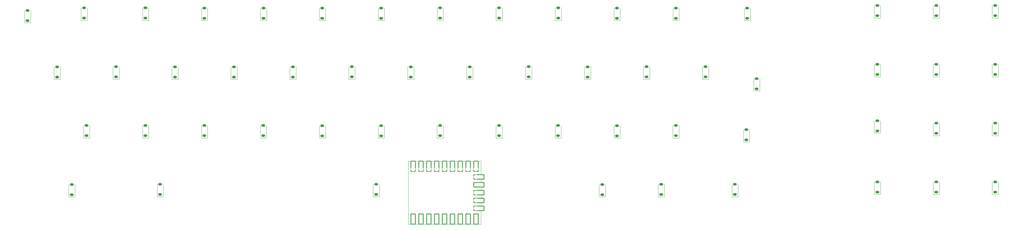
<source format=gbo>
G04 #@! TF.GenerationSoftware,KiCad,Pcbnew,8.0.3*
G04 #@! TF.CreationDate,2024-09-06T14:15:15-05:00*
G04 #@! TF.ProjectId,keyboard,6b657962-6f61-4726-942e-6b696361645f,rev?*
G04 #@! TF.SameCoordinates,Original*
G04 #@! TF.FileFunction,Legend,Bot*
G04 #@! TF.FilePolarity,Positive*
%FSLAX46Y46*%
G04 Gerber Fmt 4.6, Leading zero omitted, Abs format (unit mm)*
G04 Created by KiCad (PCBNEW 8.0.3) date 2024-09-06 14:15:15*
%MOMM*%
%LPD*%
G01*
G04 APERTURE LIST*
G04 Aperture macros list*
%AMRoundRect*
0 Rectangle with rounded corners*
0 $1 Rounding radius*
0 $2 $3 $4 $5 $6 $7 $8 $9 X,Y pos of 4 corners*
0 Add a 4 corners polygon primitive as box body*
4,1,4,$2,$3,$4,$5,$6,$7,$8,$9,$2,$3,0*
0 Add four circle primitives for the rounded corners*
1,1,$1+$1,$2,$3*
1,1,$1+$1,$4,$5*
1,1,$1+$1,$6,$7*
1,1,$1+$1,$8,$9*
0 Add four rect primitives between the rounded corners*
20,1,$1+$1,$2,$3,$4,$5,0*
20,1,$1+$1,$4,$5,$6,$7,0*
20,1,$1+$1,$6,$7,$8,$9,0*
20,1,$1+$1,$8,$9,$2,$3,0*%
G04 Aperture macros list end*
%ADD10C,0.120000*%
%ADD11C,5.100000*%
%ADD12C,2.300000*%
%ADD13C,1.701800*%
%ADD14C,3.987800*%
%ADD15O,2.700000X1.700000*%
%ADD16C,3.048000*%
%ADD17RoundRect,0.225000X0.375000X-0.225000X0.375000X0.225000X-0.375000X0.225000X-0.375000X-0.225000X0*%
%ADD18C,1.524000*%
%ADD19RoundRect,0.114865X-0.735135X1.635135X-0.735135X-1.635135X0.735135X-1.635135X0.735135X1.635135X0*%
%ADD20RoundRect,0.114865X1.635135X0.735135X-1.635135X0.735135X-1.635135X-0.735135X1.635135X-0.735135X0*%
G04 APERTURE END LIST*
D10*
X377618750Y-111856250D02*
X377618750Y-115866250D01*
X377618750Y-115866250D02*
X379618750Y-115866250D01*
X379618750Y-111856250D02*
X379618750Y-115866250D01*
X150606250Y-131700000D02*
X150606250Y-135710000D01*
X150606250Y-135710000D02*
X152606250Y-135710000D01*
X152606250Y-131700000D02*
X152606250Y-135710000D01*
X339518750Y-130906250D02*
X339518750Y-134916250D01*
X339518750Y-134916250D02*
X341518750Y-134916250D01*
X341518750Y-130906250D02*
X341518750Y-134916250D01*
X358568750Y-169006250D02*
X358568750Y-173016250D01*
X358568750Y-173016250D02*
X360568750Y-173016250D01*
X360568750Y-169006250D02*
X360568750Y-173016250D01*
X377618750Y-130906250D02*
X377618750Y-134916250D01*
X377618750Y-134916250D02*
X379618750Y-134916250D01*
X379618750Y-130906250D02*
X379618750Y-134916250D01*
X236353750Y-112627500D02*
X236353750Y-116637500D01*
X236353750Y-116637500D02*
X238353750Y-116637500D01*
X238353750Y-112627500D02*
X238353750Y-116637500D01*
X160131250Y-150750000D02*
X160131250Y-154760000D01*
X160131250Y-154760000D02*
X162131250Y-154760000D01*
X162131250Y-150750000D02*
X162131250Y-154760000D01*
X236331250Y-150727500D02*
X236331250Y-154737500D01*
X236331250Y-154737500D02*
X238331250Y-154737500D01*
X238331250Y-150727500D02*
X238331250Y-154737500D01*
X131556250Y-131700000D02*
X131556250Y-135710000D01*
X131556250Y-135710000D02*
X133556250Y-135710000D01*
X133556250Y-131700000D02*
X133556250Y-135710000D01*
X377618750Y-149956250D02*
X377618750Y-153966250D01*
X377618750Y-153966250D02*
X379618750Y-153966250D01*
X379618750Y-149956250D02*
X379618750Y-153966250D01*
X93433750Y-131677500D02*
X93433750Y-135687500D01*
X93433750Y-135687500D02*
X95433750Y-135687500D01*
X95433750Y-131677500D02*
X95433750Y-135687500D01*
X283933750Y-131677500D02*
X283933750Y-135687500D01*
X283933750Y-135687500D02*
X285933750Y-135687500D01*
X285933750Y-131677500D02*
X285933750Y-135687500D01*
X188706250Y-131700000D02*
X188706250Y-135710000D01*
X188706250Y-135710000D02*
X190706250Y-135710000D01*
X190706250Y-131700000D02*
X190706250Y-135710000D01*
X64881250Y-113443750D02*
X64881250Y-117453750D01*
X64881250Y-117453750D02*
X66881250Y-117453750D01*
X66881250Y-113443750D02*
X66881250Y-117453750D01*
X255381250Y-150750000D02*
X255381250Y-154760000D01*
X255381250Y-154760000D02*
X257381250Y-154760000D01*
X257381250Y-150750000D02*
X257381250Y-154760000D01*
X264883750Y-131677500D02*
X264883750Y-135687500D01*
X264883750Y-135687500D02*
X266883750Y-135687500D01*
X266883750Y-131677500D02*
X266883750Y-135687500D01*
X122031250Y-112650000D02*
X122031250Y-116660000D01*
X122031250Y-116660000D02*
X124031250Y-116660000D01*
X124031250Y-112650000D02*
X124031250Y-116660000D01*
X179181250Y-112650000D02*
X179181250Y-116660000D01*
X179181250Y-116660000D02*
X181181250Y-116660000D01*
X181181250Y-112650000D02*
X181181250Y-116660000D01*
X358568750Y-130906250D02*
X358568750Y-134916250D01*
X358568750Y-134916250D02*
X360568750Y-134916250D01*
X360568750Y-130906250D02*
X360568750Y-134916250D01*
X212410000Y-182736000D02*
X188910000Y-182736000D01*
X188910000Y-162196000D01*
X212410000Y-162196000D01*
X212410000Y-182736000D01*
X255381250Y-112650000D02*
X255381250Y-116660000D01*
X255381250Y-116660000D02*
X257381250Y-116660000D01*
X257381250Y-112650000D02*
X257381250Y-116660000D01*
X339518750Y-111856250D02*
X339518750Y-115866250D01*
X339518750Y-115866250D02*
X341518750Y-115866250D01*
X341518750Y-111856250D02*
X341518750Y-115866250D01*
X297196000Y-152020000D02*
X297196000Y-156030000D01*
X297196000Y-156030000D02*
X299196000Y-156030000D01*
X299196000Y-152020000D02*
X299196000Y-156030000D01*
X169656250Y-131677500D02*
X169656250Y-135687500D01*
X169656250Y-135687500D02*
X171656250Y-135687500D01*
X171656250Y-131677500D02*
X171656250Y-135687500D01*
X83931250Y-150727500D02*
X83931250Y-154737500D01*
X83931250Y-154737500D02*
X85931250Y-154737500D01*
X85931250Y-150727500D02*
X85931250Y-154737500D01*
X83137500Y-112627500D02*
X83137500Y-116637500D01*
X83137500Y-116637500D02*
X85137500Y-116637500D01*
X85137500Y-112627500D02*
X85137500Y-116637500D01*
X198231250Y-112605000D02*
X198231250Y-116615000D01*
X198231250Y-116615000D02*
X200231250Y-116615000D01*
X200231250Y-112605000D02*
X200231250Y-116615000D01*
X112506250Y-131700000D02*
X112506250Y-135710000D01*
X112506250Y-135710000D02*
X114506250Y-135710000D01*
X114506250Y-131700000D02*
X114506250Y-135710000D01*
X141081250Y-150727500D02*
X141081250Y-154737500D01*
X141081250Y-154737500D02*
X143081250Y-154737500D01*
X143081250Y-150727500D02*
X143081250Y-154737500D01*
X160131250Y-112650000D02*
X160131250Y-116660000D01*
X160131250Y-116660000D02*
X162131250Y-116660000D01*
X162131250Y-112650000D02*
X162131250Y-116660000D01*
X122031250Y-150727500D02*
X122031250Y-154737500D01*
X122031250Y-154737500D02*
X124031250Y-154737500D01*
X124031250Y-150727500D02*
X124031250Y-154737500D01*
X339518750Y-169006250D02*
X339518750Y-173016250D01*
X339518750Y-173016250D02*
X341518750Y-173016250D01*
X341518750Y-169006250D02*
X341518750Y-173016250D01*
X79168750Y-169800000D02*
X79168750Y-173810000D01*
X79168750Y-173810000D02*
X81168750Y-173810000D01*
X81168750Y-169800000D02*
X81168750Y-173810000D01*
X198208750Y-150727500D02*
X198208750Y-154737500D01*
X198208750Y-154737500D02*
X200208750Y-154737500D01*
X200208750Y-150727500D02*
X200208750Y-154737500D01*
X274408750Y-150727500D02*
X274408750Y-154737500D01*
X274408750Y-154737500D02*
X276408750Y-154737500D01*
X276408750Y-150727500D02*
X276408750Y-154737500D01*
X269668750Y-169777500D02*
X269668750Y-173787500D01*
X269668750Y-173787500D02*
X271668750Y-173787500D01*
X271668750Y-169777500D02*
X271668750Y-173787500D01*
X102981250Y-150727500D02*
X102981250Y-154737500D01*
X102981250Y-154737500D02*
X104981250Y-154737500D01*
X104981250Y-150727500D02*
X104981250Y-154737500D01*
X297450000Y-112650000D02*
X297450000Y-116660000D01*
X297450000Y-116660000D02*
X299450000Y-116660000D01*
X299450000Y-112650000D02*
X299450000Y-116660000D01*
X300498000Y-135510000D02*
X300498000Y-139520000D01*
X300498000Y-139520000D02*
X302498000Y-139520000D01*
X302498000Y-135510000D02*
X302498000Y-139520000D01*
X274431250Y-112650000D02*
X274431250Y-116660000D01*
X274431250Y-116660000D02*
X276431250Y-116660000D01*
X276431250Y-112650000D02*
X276431250Y-116660000D01*
X141121250Y-112650000D02*
X141121250Y-116660000D01*
X141121250Y-116660000D02*
X143121250Y-116660000D01*
X143121250Y-112650000D02*
X143121250Y-116660000D01*
X358568750Y-111856250D02*
X358568750Y-115866250D01*
X358568750Y-115866250D02*
X360568750Y-115866250D01*
X360568750Y-111856250D02*
X360568750Y-115866250D01*
X226783750Y-131677500D02*
X226783750Y-135687500D01*
X226783750Y-135687500D02*
X228783750Y-135687500D01*
X228783750Y-131677500D02*
X228783750Y-135687500D01*
X102981250Y-112627500D02*
X102981250Y-116637500D01*
X102981250Y-116637500D02*
X104981250Y-116637500D01*
X104981250Y-112627500D02*
X104981250Y-116637500D01*
X217258750Y-150727500D02*
X217258750Y-154737500D01*
X217258750Y-154737500D02*
X219258750Y-154737500D01*
X219258750Y-150727500D02*
X219258750Y-154737500D01*
X207733750Y-131700000D02*
X207733750Y-135710000D01*
X207733750Y-135710000D02*
X209733750Y-135710000D01*
X209733750Y-131700000D02*
X209733750Y-135710000D01*
X377618750Y-169006250D02*
X377618750Y-173016250D01*
X377618750Y-173016250D02*
X379618750Y-173016250D01*
X379618750Y-169006250D02*
X379618750Y-173016250D01*
X358568750Y-149956250D02*
X358568750Y-153966250D01*
X358568750Y-153966250D02*
X360568750Y-153966250D01*
X360568750Y-149956250D02*
X360568750Y-153966250D01*
X217258750Y-112627500D02*
X217258750Y-116637500D01*
X217258750Y-116637500D02*
X219258750Y-116637500D01*
X219258750Y-112627500D02*
X219258750Y-116637500D01*
X179181250Y-150750000D02*
X179181250Y-154760000D01*
X179181250Y-154760000D02*
X181181250Y-154760000D01*
X181181250Y-150750000D02*
X181181250Y-154760000D01*
X339518750Y-149162500D02*
X339518750Y-153172500D01*
X339518750Y-153172500D02*
X341518750Y-153172500D01*
X341518750Y-149162500D02*
X341518750Y-153172500D01*
X74406250Y-131700000D02*
X74406250Y-135710000D01*
X74406250Y-135710000D02*
X76406250Y-135710000D01*
X76406250Y-131700000D02*
X76406250Y-135710000D01*
X107721250Y-169777500D02*
X107721250Y-173787500D01*
X107721250Y-173787500D02*
X109721250Y-173787500D01*
X109721250Y-169777500D02*
X109721250Y-173787500D01*
X250618750Y-169800000D02*
X250618750Y-173810000D01*
X250618750Y-173810000D02*
X252618750Y-173810000D01*
X252618750Y-169800000D02*
X252618750Y-173810000D01*
X245856250Y-131700000D02*
X245856250Y-135710000D01*
X245856250Y-135710000D02*
X247856250Y-135710000D01*
X247856250Y-131700000D02*
X247856250Y-135710000D01*
X177508750Y-169777500D02*
X177508750Y-173787500D01*
X177508750Y-173787500D02*
X179508750Y-173787500D01*
X179508750Y-169777500D02*
X179508750Y-173787500D01*
X293481250Y-169777500D02*
X293481250Y-173787500D01*
X293481250Y-173787500D02*
X295481250Y-173787500D01*
X295481250Y-169777500D02*
X295481250Y-173787500D01*
%LPC*%
D11*
X76200000Y-113506250D03*
D12*
X71800000Y-118206250D03*
X78800000Y-119256250D03*
D13*
X327342500Y-170656250D03*
D14*
X332422500Y-170656250D03*
D13*
X337502500Y-170656250D03*
D12*
X328612500Y-168116250D03*
X334962500Y-165576250D03*
D11*
X95250000Y-170656250D03*
D12*
X90850000Y-175356250D03*
X97850000Y-176406250D03*
D13*
X137795000Y-132556250D03*
D14*
X142875000Y-132556250D03*
D13*
X147955000Y-132556250D03*
D12*
X139065000Y-130016250D03*
X145415000Y-127476250D03*
D13*
X223520000Y-151606250D03*
D14*
X228600000Y-151606250D03*
D13*
X233680000Y-151606250D03*
D12*
X224790000Y-149066250D03*
X231140000Y-146526250D03*
D11*
X219075000Y-132556250D03*
D12*
X214675000Y-137256250D03*
X221675000Y-138306250D03*
D11*
X57150000Y-113506250D03*
D12*
X52750000Y-118206250D03*
X59750000Y-119256250D03*
D13*
X90170000Y-170656250D03*
D14*
X95250000Y-170656250D03*
D13*
X100330000Y-170656250D03*
D12*
X91440000Y-168116250D03*
X97790000Y-165576250D03*
D13*
X285432500Y-151606250D03*
D14*
X290512500Y-151606250D03*
D13*
X295592500Y-151606250D03*
D12*
X286702500Y-149066250D03*
X293052500Y-146526250D03*
D11*
X295275000Y-132556250D03*
D12*
X290875000Y-137256250D03*
X297875000Y-138306250D03*
D11*
X200025000Y-132556250D03*
D12*
X195625000Y-137256250D03*
X202625000Y-138306250D03*
D11*
X123825000Y-132556250D03*
D12*
X119425000Y-137256250D03*
X126425000Y-138306250D03*
D15*
X45243750Y-123190000D03*
X45243750Y-120650000D03*
X45243750Y-118110000D03*
X45243750Y-115570000D03*
X45243750Y-113030000D03*
D13*
X327342500Y-113506250D03*
D14*
X332422500Y-113506250D03*
D13*
X337502500Y-113506250D03*
D12*
X328612500Y-110966250D03*
X334962500Y-108426250D03*
D11*
X261937500Y-170656250D03*
D12*
X257537500Y-175356250D03*
X264537500Y-176406250D03*
D13*
X128270000Y-113506250D03*
D14*
X133350000Y-113506250D03*
D13*
X138430000Y-113506250D03*
D12*
X129540000Y-110966250D03*
X135890000Y-108426250D03*
D11*
X370522500Y-170656250D03*
D12*
X366122500Y-175356250D03*
X373122500Y-176406250D03*
D13*
X285432500Y-113506250D03*
D14*
X290512500Y-113506250D03*
D13*
X295592500Y-113506250D03*
D12*
X286702500Y-110966250D03*
X293052500Y-108426250D03*
D13*
X271145000Y-132556250D03*
D14*
X276225000Y-132556250D03*
D13*
X281305000Y-132556250D03*
D12*
X272415000Y-130016250D03*
X278765000Y-127476250D03*
D13*
X147320000Y-113506250D03*
D14*
X152400000Y-113506250D03*
D13*
X157480000Y-113506250D03*
D12*
X148590000Y-110966250D03*
X154940000Y-108426250D03*
D11*
X332422500Y-113506250D03*
D12*
X328022500Y-118206250D03*
X335022500Y-119256250D03*
D11*
X332422500Y-170656250D03*
D12*
X328022500Y-175356250D03*
X335022500Y-176406250D03*
D11*
X114300000Y-113506250D03*
D12*
X109900000Y-118206250D03*
X116900000Y-119256250D03*
D11*
X190500000Y-151606250D03*
D12*
X186100000Y-156306250D03*
X193100000Y-157356250D03*
D13*
X71120000Y-113506250D03*
D14*
X76200000Y-113506250D03*
D13*
X81280000Y-113506250D03*
D12*
X72390000Y-110966250D03*
X78740000Y-108426250D03*
D13*
X327342500Y-132556250D03*
D14*
X332422500Y-132556250D03*
D13*
X337502500Y-132556250D03*
D12*
X328612500Y-130016250D03*
X334962500Y-127476250D03*
D11*
X370522500Y-132556250D03*
D12*
X366122500Y-137256250D03*
X373122500Y-138306250D03*
D15*
X382181250Y-113030000D03*
X382181250Y-115570000D03*
X382181250Y-118110000D03*
X382181250Y-120650000D03*
X382181250Y-123190000D03*
D11*
X351472500Y-113506250D03*
D12*
X347072500Y-118206250D03*
X354072500Y-119256250D03*
D13*
X185420000Y-113506250D03*
D14*
X190500000Y-113506250D03*
D13*
X195580000Y-113506250D03*
D12*
X186690000Y-110966250D03*
X193040000Y-108426250D03*
D11*
X66675000Y-151606250D03*
D12*
X62275000Y-156306250D03*
X69275000Y-157356250D03*
D11*
X351472500Y-132556250D03*
D12*
X347072500Y-137256250D03*
X354072500Y-138306250D03*
D16*
X54737000Y-144621250D03*
D14*
X54737000Y-159861250D03*
D13*
X61595000Y-151606250D03*
D14*
X66675000Y-151606250D03*
D13*
X71755000Y-151606250D03*
D16*
X78613000Y-144621250D03*
D14*
X78613000Y-159861250D03*
D12*
X62865000Y-149066250D03*
X69215000Y-146526250D03*
D15*
X320675000Y-123190000D03*
X320675000Y-120650000D03*
X320675000Y-118110000D03*
X320675000Y-115570000D03*
X320675000Y-113030000D03*
D11*
X95250000Y-151606250D03*
D12*
X90850000Y-156306250D03*
X97850000Y-157356250D03*
D11*
X257175000Y-132556250D03*
D12*
X252775000Y-137256250D03*
X259775000Y-138306250D03*
D11*
X142875000Y-132556250D03*
D12*
X138475000Y-137256250D03*
X145475000Y-138306250D03*
D13*
X90170000Y-113506250D03*
D14*
X95250000Y-113506250D03*
D13*
X100330000Y-113506250D03*
D12*
X91440000Y-110966250D03*
X97790000Y-108426250D03*
D11*
X152400000Y-151606250D03*
D12*
X148000000Y-156306250D03*
X155000000Y-157356250D03*
D13*
X365442500Y-151606250D03*
D14*
X370522500Y-151606250D03*
D13*
X375602500Y-151606250D03*
D12*
X366712500Y-149066250D03*
X373062500Y-146526250D03*
D11*
X133350000Y-113506250D03*
D12*
X128950000Y-118206250D03*
X135950000Y-119256250D03*
D13*
X99695000Y-132556250D03*
D14*
X104775000Y-132556250D03*
D13*
X109855000Y-132556250D03*
D12*
X100965000Y-130016250D03*
X107315000Y-127476250D03*
D13*
X80645000Y-132556250D03*
D14*
X85725000Y-132556250D03*
D13*
X90805000Y-132556250D03*
D12*
X81915000Y-130016250D03*
X88265000Y-127476250D03*
D11*
X266700000Y-113506250D03*
D12*
X262300000Y-118206250D03*
X269300000Y-119256250D03*
D11*
X240506250Y-170656250D03*
D12*
X236106250Y-175356250D03*
X243106250Y-176406250D03*
D11*
X190500000Y-113506250D03*
D12*
X186100000Y-118206250D03*
X193100000Y-119256250D03*
D13*
X175895000Y-132556250D03*
D14*
X180975000Y-132556250D03*
D13*
X186055000Y-132556250D03*
D12*
X177165000Y-130016250D03*
X183515000Y-127476250D03*
D13*
X194945000Y-132556250D03*
D14*
X200025000Y-132556250D03*
D13*
X205105000Y-132556250D03*
D12*
X196215000Y-130016250D03*
X202565000Y-127476250D03*
D11*
X114300000Y-151606250D03*
D12*
X109900000Y-156306250D03*
X116900000Y-157356250D03*
D13*
X213995000Y-132556250D03*
D14*
X219075000Y-132556250D03*
D13*
X224155000Y-132556250D03*
D12*
X215265000Y-130016250D03*
X221615000Y-127476250D03*
D13*
X90170000Y-151606250D03*
D14*
X95250000Y-151606250D03*
D13*
X100330000Y-151606250D03*
D12*
X91440000Y-149066250D03*
X97790000Y-146526250D03*
D11*
X152400000Y-113506250D03*
D12*
X148000000Y-118206250D03*
X155000000Y-119256250D03*
D11*
X247650000Y-151606250D03*
D12*
X243250000Y-156306250D03*
X250250000Y-157356250D03*
D11*
X209550000Y-113506250D03*
D12*
X205150000Y-118206250D03*
X212150000Y-119256250D03*
D11*
X228600000Y-151606250D03*
D12*
X224200000Y-156306250D03*
X231200000Y-157356250D03*
D15*
X306775000Y-166370000D03*
X306775000Y-168910000D03*
X306775000Y-171450000D03*
D13*
X166370000Y-113506250D03*
D14*
X171450000Y-113506250D03*
D13*
X176530000Y-113506250D03*
D12*
X167640000Y-110966250D03*
X173990000Y-108426250D03*
D11*
X104775000Y-132556250D03*
D12*
X100375000Y-137256250D03*
X107375000Y-138306250D03*
D11*
X266700000Y-151606250D03*
D12*
X262300000Y-156306250D03*
X269300000Y-157356250D03*
D13*
X204470000Y-113506250D03*
D14*
X209550000Y-113506250D03*
D13*
X214630000Y-113506250D03*
D12*
X205740000Y-110966250D03*
X212090000Y-108426250D03*
D13*
X109220000Y-113506250D03*
D14*
X114300000Y-113506250D03*
D13*
X119380000Y-113506250D03*
D12*
X110490000Y-110966250D03*
X116840000Y-108426250D03*
D13*
X166370000Y-151606250D03*
D14*
X171450000Y-151606250D03*
D13*
X176530000Y-151606250D03*
D12*
X167640000Y-149066250D03*
X173990000Y-146526250D03*
D11*
X351472500Y-151606250D03*
D12*
X347072500Y-156306250D03*
X354072500Y-157356250D03*
D13*
X66357500Y-170656250D03*
D14*
X71437500Y-170656250D03*
D13*
X76517500Y-170656250D03*
D12*
X67627500Y-168116250D03*
X73977500Y-165576250D03*
D11*
X133350000Y-151606250D03*
D12*
X128950000Y-156306250D03*
X135950000Y-157356250D03*
D13*
X128270000Y-151606250D03*
D14*
X133350000Y-151606250D03*
D13*
X138430000Y-151606250D03*
D12*
X129540000Y-149066250D03*
X135890000Y-146526250D03*
D13*
X346392500Y-113506250D03*
D14*
X351472500Y-113506250D03*
D13*
X356552500Y-113506250D03*
D12*
X347662500Y-110966250D03*
X354012500Y-108426250D03*
D13*
X346392500Y-170656250D03*
D14*
X351472500Y-170656250D03*
D13*
X356552500Y-170656250D03*
D12*
X347662500Y-168116250D03*
X354012500Y-165576250D03*
D13*
X52070000Y-113506250D03*
D14*
X57150000Y-113506250D03*
D13*
X62230000Y-113506250D03*
D12*
X53340000Y-110966250D03*
X59690000Y-108426250D03*
D11*
X171450000Y-151606250D03*
D12*
X167050000Y-156306250D03*
X174050000Y-157356250D03*
D13*
X147320000Y-151606250D03*
D14*
X152400000Y-151606250D03*
D13*
X157480000Y-151606250D03*
D12*
X148590000Y-149066250D03*
X154940000Y-146526250D03*
D13*
X233045000Y-132556250D03*
D14*
X238125000Y-132556250D03*
D13*
X243205000Y-132556250D03*
D12*
X234315000Y-130016250D03*
X240665000Y-127476250D03*
D11*
X209550000Y-151606250D03*
D12*
X205150000Y-156306250D03*
X212150000Y-157356250D03*
D11*
X370522500Y-113506250D03*
D12*
X366122500Y-118206250D03*
X373122500Y-119256250D03*
D13*
X261620000Y-113506250D03*
D14*
X266700000Y-113506250D03*
D13*
X271780000Y-113506250D03*
D12*
X262890000Y-110966250D03*
X269240000Y-108426250D03*
D13*
X346392500Y-151606250D03*
D14*
X351472500Y-151606250D03*
D13*
X356552500Y-151606250D03*
D12*
X347662500Y-149066250D03*
X354012500Y-146526250D03*
D13*
X235426250Y-170656250D03*
D14*
X240506250Y-170656250D03*
D13*
X245586250Y-170656250D03*
D12*
X236696250Y-168116250D03*
X243046250Y-165576250D03*
D15*
X306775000Y-113030000D03*
X306775000Y-115570000D03*
X306775000Y-118110000D03*
X306775000Y-120650000D03*
X306775000Y-123190000D03*
D11*
X247650000Y-113506250D03*
D12*
X243250000Y-118206250D03*
X250250000Y-119256250D03*
D11*
X169068750Y-170656250D03*
D12*
X164668750Y-175356250D03*
X171668750Y-176406250D03*
D11*
X95250000Y-113506250D03*
D12*
X90850000Y-118206250D03*
X97850000Y-119256250D03*
D11*
X351472500Y-170656250D03*
D12*
X347072500Y-175356250D03*
X354072500Y-176406250D03*
D13*
X327342500Y-151606250D03*
D14*
X332422500Y-151606250D03*
D13*
X337502500Y-151606250D03*
D12*
X328612500Y-149066250D03*
X334962500Y-146526250D03*
D11*
X332422500Y-132556250D03*
D12*
X328022500Y-137256250D03*
X335022500Y-138306250D03*
D11*
X290512500Y-151606250D03*
D12*
X286112500Y-156306250D03*
X293112500Y-157356250D03*
D15*
X382181250Y-166370000D03*
X382181250Y-168910000D03*
X382181250Y-171450000D03*
D13*
X261620000Y-151606250D03*
D14*
X266700000Y-151606250D03*
D13*
X271780000Y-151606250D03*
D12*
X262890000Y-149066250D03*
X269240000Y-146526250D03*
D11*
X283368750Y-170656250D03*
D12*
X278968750Y-175356250D03*
X285968750Y-176406250D03*
D13*
X290195000Y-132556250D03*
D14*
X295275000Y-132556250D03*
D13*
X300355000Y-132556250D03*
D12*
X291465000Y-130016250D03*
X297815000Y-127476250D03*
D11*
X370522500Y-151606250D03*
D12*
X366122500Y-156306250D03*
X373122500Y-157356250D03*
D11*
X332422500Y-151606250D03*
D12*
X328022500Y-156306250D03*
X335022500Y-157356250D03*
D11*
X71437500Y-170656250D03*
D12*
X67037500Y-175356250D03*
X74037500Y-176406250D03*
D11*
X61912500Y-132556250D03*
D12*
X57512500Y-137256250D03*
X64512500Y-138306250D03*
D13*
X278288750Y-170656250D03*
D14*
X283368750Y-170656250D03*
D13*
X288448750Y-170656250D03*
D12*
X279558750Y-168116250D03*
X285908750Y-165576250D03*
D11*
X180975000Y-132556250D03*
D12*
X176575000Y-137256250D03*
X183575000Y-138306250D03*
D11*
X290512500Y-113506250D03*
D12*
X286112500Y-118206250D03*
X293112500Y-119256250D03*
D13*
X256857500Y-170656250D03*
D14*
X261937500Y-170656250D03*
D13*
X267017500Y-170656250D03*
D12*
X258127500Y-168116250D03*
X264477500Y-165576250D03*
D13*
X346392500Y-132556250D03*
D14*
X351472500Y-132556250D03*
D13*
X356552500Y-132556250D03*
D12*
X347662500Y-130016250D03*
X354012500Y-127476250D03*
D13*
X56832500Y-132556250D03*
D14*
X61912500Y-132556250D03*
D13*
X66992500Y-132556250D03*
D12*
X58102500Y-130016250D03*
X64452500Y-127476250D03*
D13*
X252095000Y-132556250D03*
D14*
X257175000Y-132556250D03*
D13*
X262255000Y-132556250D03*
D12*
X253365000Y-130016250D03*
X259715000Y-127476250D03*
D13*
X109220000Y-151606250D03*
D14*
X114300000Y-151606250D03*
D13*
X119380000Y-151606250D03*
D12*
X110490000Y-149066250D03*
X116840000Y-146526250D03*
D13*
X156845000Y-132556250D03*
D14*
X161925000Y-132556250D03*
D13*
X167005000Y-132556250D03*
D12*
X158115000Y-130016250D03*
X164465000Y-127476250D03*
D13*
X204470000Y-151606250D03*
D14*
X209550000Y-151606250D03*
D13*
X214630000Y-151606250D03*
D12*
X205740000Y-149066250D03*
X212090000Y-146526250D03*
D16*
X119068750Y-163671250D03*
D14*
X119068750Y-178911250D03*
D13*
X163988750Y-170656250D03*
D14*
X169068750Y-170656250D03*
D13*
X174148750Y-170656250D03*
D16*
X219068750Y-163671250D03*
D14*
X219068750Y-178911250D03*
D12*
X165258750Y-168116250D03*
X171608750Y-165576250D03*
D15*
X45243750Y-171450000D03*
X45243750Y-168910000D03*
X45243750Y-166370000D03*
D13*
X365442500Y-113506250D03*
D14*
X370522500Y-113506250D03*
D13*
X375602500Y-113506250D03*
D12*
X366712500Y-110966250D03*
X373062500Y-108426250D03*
D13*
X242570000Y-151606250D03*
D14*
X247650000Y-151606250D03*
D13*
X252730000Y-151606250D03*
D12*
X243840000Y-149066250D03*
X250190000Y-146526250D03*
D11*
X171450000Y-113506250D03*
D12*
X167050000Y-118206250D03*
X174050000Y-119256250D03*
D13*
X185420000Y-151606250D03*
D14*
X190500000Y-151606250D03*
D13*
X195580000Y-151606250D03*
D12*
X186690000Y-149066250D03*
X193040000Y-146526250D03*
D13*
X365442500Y-170656250D03*
D14*
X370522500Y-170656250D03*
D13*
X375602500Y-170656250D03*
D12*
X366712500Y-168116250D03*
X373062500Y-165576250D03*
D13*
X242570000Y-113506250D03*
D14*
X247650000Y-113506250D03*
D13*
X252730000Y-113506250D03*
D12*
X243840000Y-110966250D03*
X250190000Y-108426250D03*
D13*
X223520000Y-113506250D03*
D14*
X228600000Y-113506250D03*
D13*
X233680000Y-113506250D03*
D12*
X224790000Y-110966250D03*
X231140000Y-108426250D03*
D11*
X228600000Y-113506250D03*
D12*
X224200000Y-118206250D03*
X231200000Y-119256250D03*
D11*
X161925000Y-132556250D03*
D12*
X157525000Y-137256250D03*
X164525000Y-138306250D03*
D11*
X238125000Y-132556250D03*
D12*
X233725000Y-137256250D03*
X240725000Y-138306250D03*
D15*
X320675000Y-171450000D03*
X320675000Y-168910000D03*
X320675000Y-166370000D03*
D13*
X118745000Y-132556250D03*
D14*
X123825000Y-132556250D03*
D13*
X128905000Y-132556250D03*
D12*
X120015000Y-130016250D03*
X126365000Y-127476250D03*
D13*
X365442500Y-132556250D03*
D14*
X370522500Y-132556250D03*
D13*
X375602500Y-132556250D03*
D12*
X366712500Y-130016250D03*
X373062500Y-127476250D03*
D11*
X85725000Y-132556250D03*
D12*
X81325000Y-137256250D03*
X88325000Y-138306250D03*
D11*
X276225000Y-132556250D03*
D12*
X271825000Y-137256250D03*
X278825000Y-138306250D03*
D17*
X378618750Y-115156250D03*
X378618750Y-111856250D03*
X151606250Y-135000000D03*
X151606250Y-131700000D03*
X340518750Y-134206250D03*
X340518750Y-130906250D03*
X359568750Y-172306250D03*
X359568750Y-169006250D03*
X378618750Y-134206250D03*
X378618750Y-130906250D03*
X237353750Y-115927500D03*
X237353750Y-112627500D03*
X161131250Y-154050000D03*
X161131250Y-150750000D03*
X237331250Y-154027500D03*
X237331250Y-150727500D03*
X132556250Y-135000000D03*
X132556250Y-131700000D03*
X378618750Y-153256250D03*
X378618750Y-149956250D03*
X94433750Y-134977500D03*
X94433750Y-131677500D03*
X284933750Y-134977500D03*
X284933750Y-131677500D03*
X189706250Y-135000000D03*
X189706250Y-131700000D03*
X65881250Y-116743750D03*
X65881250Y-113443750D03*
X256381250Y-154050000D03*
X256381250Y-150750000D03*
X265883750Y-134977500D03*
X265883750Y-131677500D03*
X123031250Y-115950000D03*
X123031250Y-112650000D03*
X180181250Y-115950000D03*
X180181250Y-112650000D03*
X359568750Y-134206250D03*
X359568750Y-130906250D03*
D18*
X190500000Y-180086000D03*
D19*
X190500000Y-181036000D03*
D18*
X193040000Y-180086000D03*
D19*
X193040000Y-181036000D03*
D18*
X195580000Y-180086000D03*
D19*
X195580000Y-181036000D03*
D18*
X198120000Y-180086000D03*
D19*
X198120000Y-181036000D03*
D18*
X200660000Y-180086000D03*
D19*
X200660000Y-181036000D03*
D18*
X203200000Y-180086000D03*
D19*
X203200000Y-181036000D03*
D18*
X205740000Y-180086000D03*
D19*
X205740000Y-181036000D03*
D18*
X208280000Y-180086000D03*
D19*
X208280000Y-181036000D03*
D18*
X210820000Y-180086000D03*
D19*
X210820000Y-181036000D03*
D20*
X211760000Y-177546000D03*
D18*
X210820000Y-177546000D03*
D20*
X211760000Y-175006000D03*
D18*
X210820000Y-175006000D03*
D20*
X211760000Y-172466000D03*
D18*
X210820000Y-172466000D03*
X210820000Y-169926000D03*
D20*
X211760000Y-169936000D03*
X211760000Y-167386000D03*
D18*
X210820000Y-167386000D03*
D19*
X210820000Y-163896000D03*
D18*
X210820000Y-164846000D03*
D19*
X208280000Y-163896000D03*
D18*
X208280000Y-164846000D03*
D19*
X205740000Y-163896000D03*
D18*
X205740000Y-164846000D03*
D19*
X203200000Y-163896000D03*
D18*
X203200000Y-164846000D03*
D19*
X200660000Y-163896000D03*
D18*
X200660000Y-164846000D03*
D19*
X198120000Y-163896000D03*
D18*
X198120000Y-164846000D03*
D19*
X195580000Y-163896000D03*
D18*
X195580000Y-164846000D03*
D19*
X193040000Y-163896000D03*
D18*
X193040000Y-164846000D03*
D19*
X190500000Y-163896000D03*
D18*
X190500000Y-164846000D03*
D17*
X256381250Y-115950000D03*
X256381250Y-112650000D03*
X340518750Y-115156250D03*
X340518750Y-111856250D03*
X298196000Y-155320000D03*
X298196000Y-152020000D03*
X170656250Y-134977500D03*
X170656250Y-131677500D03*
X84931250Y-154027500D03*
X84931250Y-150727500D03*
X84137500Y-115927500D03*
X84137500Y-112627500D03*
X199231250Y-115905000D03*
X199231250Y-112605000D03*
X113506250Y-135000000D03*
X113506250Y-131700000D03*
X142081250Y-154027500D03*
X142081250Y-150727500D03*
X161131250Y-115950000D03*
X161131250Y-112650000D03*
X123031250Y-154027500D03*
X123031250Y-150727500D03*
X340518750Y-172306250D03*
X340518750Y-169006250D03*
X80168750Y-173100000D03*
X80168750Y-169800000D03*
X199208750Y-154027500D03*
X199208750Y-150727500D03*
X275408750Y-154027500D03*
X275408750Y-150727500D03*
X270668750Y-173077500D03*
X270668750Y-169777500D03*
X103981250Y-154027500D03*
X103981250Y-150727500D03*
X298450000Y-115950000D03*
X298450000Y-112650000D03*
X301498000Y-138810000D03*
X301498000Y-135510000D03*
X275431250Y-115950000D03*
X275431250Y-112650000D03*
X142121250Y-115950000D03*
X142121250Y-112650000D03*
X359568750Y-115156250D03*
X359568750Y-111856250D03*
X227783750Y-134977500D03*
X227783750Y-131677500D03*
X103981250Y-115927500D03*
X103981250Y-112627500D03*
X218258750Y-154027500D03*
X218258750Y-150727500D03*
X208733750Y-135000000D03*
X208733750Y-131700000D03*
X378618750Y-172306250D03*
X378618750Y-169006250D03*
X359568750Y-153256250D03*
X359568750Y-149956250D03*
X218258750Y-115927500D03*
X218258750Y-112627500D03*
X180181250Y-154050000D03*
X180181250Y-150750000D03*
X340518750Y-152462500D03*
X340518750Y-149162500D03*
X75406250Y-135000000D03*
X75406250Y-131700000D03*
X108721250Y-173077500D03*
X108721250Y-169777500D03*
X251618750Y-173100000D03*
X251618750Y-169800000D03*
X246856250Y-135000000D03*
X246856250Y-131700000D03*
X178508750Y-173077500D03*
X178508750Y-169777500D03*
X294481250Y-173077500D03*
X294481250Y-169777500D03*
%LPD*%
M02*

</source>
